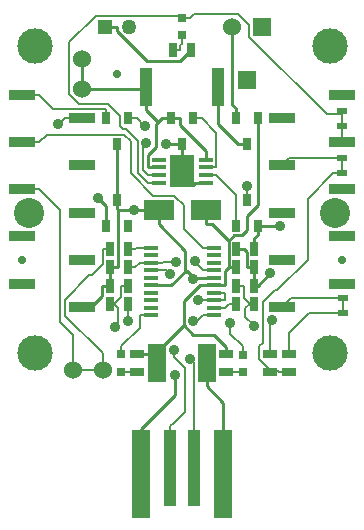
<source format=gtl>
%FSLAX34Y34*%
G04 Gerber Fmt 3.4, Leading zero omitted, Abs format*
G04 (created by PCBNEW (2013-12-14 BZR 4555)-product) date Fri 28 Feb 2014 10:41:18 EST*
%MOIN*%
G01*
G70*
G90*
G04 APERTURE LIST*
%ADD10C,0.005906*%
%ADD11R,0.060000X0.060000*%
%ADD12C,0.060000*%
%ADD13R,0.059055X0.125984*%
%ADD14R,0.025000X0.045000*%
%ADD15R,0.045000X0.025000*%
%ADD16C,0.100000*%
%ADD17R,0.098425X0.066929*%
%ADD18R,0.090157X0.035039*%
%ADD19R,0.031496X0.031496*%
%ADD20C,0.118110*%
%ADD21R,0.031500X0.039400*%
%ADD22R,0.035433X0.019685*%
%ADD23R,0.008000X0.059055*%
%ADD24C,0.029134*%
%ADD25R,0.055118X0.008000*%
%ADD26R,0.008000X0.055118*%
%ADD27R,0.050000X0.050000*%
%ADD28C,0.050000*%
%ADD29R,0.039370X0.125984*%
%ADD30R,0.050000X0.016000*%
%ADD31R,0.046000X0.016500*%
%ADD32R,0.082000X0.110000*%
%ADD33R,0.062992X0.291732*%
%ADD34R,0.039370X0.252362*%
%ADD35C,0.035000*%
%ADD36C,0.010000*%
%ADD37C,0.008000*%
G04 APERTURE END LIST*
G54D10*
G54D11*
X8633Y16866D03*
G54D12*
X7633Y16866D03*
G54D13*
X6795Y5645D03*
X5141Y5645D03*
G54D14*
X7770Y8838D03*
X8370Y8838D03*
X4166Y8838D03*
X3566Y8838D03*
X3566Y9448D03*
X4166Y9448D03*
X8370Y7618D03*
X7770Y7618D03*
X3566Y7618D03*
X4166Y7618D03*
G54D15*
X7444Y5945D03*
X7444Y5345D03*
X4472Y5945D03*
X4472Y5345D03*
G54D14*
X4166Y8228D03*
X3566Y8228D03*
X7770Y8228D03*
X8370Y8228D03*
X6268Y16078D03*
X5668Y16078D03*
G54D16*
X11066Y10663D03*
X870Y10663D03*
G54D17*
X5200Y10744D03*
X6775Y10744D03*
G54D18*
X637Y14600D03*
X2637Y13813D03*
X637Y13025D03*
X2637Y12238D03*
X637Y11451D03*
X2637Y10663D03*
X637Y9876D03*
X2637Y9088D03*
X637Y8301D03*
X2637Y7514D03*
X9300Y7514D03*
X11300Y8301D03*
X9300Y9088D03*
X11300Y9876D03*
X9300Y10663D03*
X11300Y11451D03*
X9300Y12238D03*
X11300Y13025D03*
X9300Y13813D03*
X11300Y14600D03*
G54D19*
X3940Y5350D03*
X3940Y5940D03*
X7996Y5338D03*
X7996Y5929D03*
X5968Y17161D03*
X5968Y16570D03*
G54D15*
X8897Y5345D03*
X8897Y5945D03*
X9537Y5345D03*
X9537Y5945D03*
G54D20*
X1047Y5996D03*
X1047Y16232D03*
X10889Y16232D03*
G54D14*
X8370Y9448D03*
X7770Y9448D03*
G54D21*
X3803Y11098D03*
X4178Y10232D03*
X3428Y10232D03*
X8122Y12948D03*
X7747Y13814D03*
X8497Y13814D03*
X8133Y11098D03*
X8508Y10232D03*
X7758Y10232D03*
X5968Y12948D03*
X5593Y13814D03*
X6343Y13814D03*
X3803Y12948D03*
X3428Y13814D03*
X4178Y13814D03*
G54D22*
X11314Y7826D03*
X11314Y7314D03*
G54D23*
X11314Y7570D03*
G54D22*
X11300Y12484D03*
X11300Y11972D03*
G54D23*
X11300Y12228D03*
G54D22*
X11300Y13551D03*
X11300Y14062D03*
G54D23*
X11300Y13807D03*
G54D24*
X3803Y15287D03*
X637Y9088D03*
X11300Y9088D03*
G54D11*
X8133Y15094D03*
G54D12*
X3318Y5409D03*
X2318Y5409D03*
G54D25*
X2818Y5409D03*
G54D12*
X2637Y14787D03*
X2637Y15787D03*
G54D26*
X2637Y15287D03*
G54D27*
X3409Y16866D03*
G54D28*
X4196Y16866D03*
G54D29*
X7169Y14858D03*
X4767Y14858D03*
G54D30*
X4918Y9495D03*
X4918Y9245D03*
X4918Y8995D03*
X4918Y8745D03*
X4918Y8495D03*
X4918Y8245D03*
X4918Y7995D03*
X4918Y7745D03*
X4918Y7495D03*
X4918Y7245D03*
X7018Y7245D03*
X7018Y7495D03*
X7018Y7745D03*
X7018Y7995D03*
X7018Y8245D03*
X7018Y8495D03*
X7018Y8745D03*
X7018Y8995D03*
X7018Y9245D03*
X7018Y9495D03*
G54D20*
X10889Y5996D03*
G54D31*
X5181Y12429D03*
X5181Y12173D03*
X5181Y11913D03*
X5181Y11657D03*
X6755Y11657D03*
X6755Y11913D03*
X6755Y12173D03*
X6755Y12429D03*
G54D32*
X5968Y12043D03*
G54D33*
X4590Y1966D03*
X7346Y1966D03*
G54D34*
X5575Y2163D03*
X6362Y2163D03*
G54D35*
X3176Y11147D03*
X9215Y10229D03*
X8901Y8637D03*
X5736Y5255D03*
X4376Y10744D03*
X6328Y8448D03*
X5435Y12952D03*
X6384Y9063D03*
X7576Y6990D03*
X5552Y8623D03*
X1825Y13628D03*
X3724Y6866D03*
X5693Y6102D03*
X8350Y6885D03*
X6239Y5786D03*
X4780Y12988D03*
X8133Y11560D03*
X8959Y7081D03*
X4731Y13563D03*
X6337Y7062D03*
X4166Y7053D03*
X6500Y7745D03*
X5774Y9036D03*
G54D36*
X2637Y15787D02*
X2637Y14787D01*
X8122Y12948D02*
X7834Y12948D01*
X7169Y14858D02*
X7169Y14098D01*
X7169Y13614D02*
X7169Y14098D01*
X7834Y12948D02*
X7169Y13614D01*
X8508Y10232D02*
X8508Y10043D01*
X5181Y12173D02*
X4821Y12173D01*
X4611Y14787D02*
X4767Y14631D01*
X2637Y14787D02*
X4611Y14787D01*
X4767Y14858D02*
X4767Y14631D01*
X4767Y14631D02*
X4767Y14098D01*
X8370Y9448D02*
X8370Y9803D01*
X8508Y9941D02*
X8370Y9803D01*
X8508Y10043D02*
X8508Y9941D01*
X3428Y10232D02*
X3428Y10559D01*
X5449Y13814D02*
X5305Y13814D01*
X5305Y13814D02*
X5178Y13687D01*
X4767Y14098D02*
X5178Y13687D01*
X5449Y13814D02*
X5593Y13814D01*
X5593Y13814D02*
X5881Y13814D01*
X6755Y12704D02*
X6755Y12429D01*
X5881Y13578D02*
X6755Y12704D01*
X5881Y13814D02*
X5881Y13578D01*
X8508Y10232D02*
X8796Y10232D01*
X3428Y10896D02*
X3176Y11147D01*
X3428Y10559D02*
X3428Y10896D01*
X4821Y12591D02*
X4821Y12173D01*
X5085Y12855D02*
X4821Y12591D01*
X5085Y13594D02*
X5085Y12855D01*
X5178Y13687D02*
X5085Y13594D01*
X8798Y10229D02*
X9215Y10229D01*
X8796Y10232D02*
X8798Y10229D01*
X7633Y14255D02*
X7633Y16866D01*
X7747Y14142D02*
X7633Y14255D01*
X7747Y13814D02*
X7747Y14142D01*
X7346Y1966D02*
X7346Y3555D01*
X7346Y4334D02*
X6795Y4885D01*
X7346Y3555D02*
X7346Y4334D01*
X6795Y5645D02*
X6795Y4885D01*
G54D37*
X1677Y14132D02*
X1208Y14600D01*
X3428Y14132D02*
X1677Y14132D01*
X3428Y13814D02*
X3428Y14132D01*
X637Y14600D02*
X1208Y14600D01*
G54D36*
X8370Y8228D02*
X8492Y8228D01*
X8492Y8228D02*
X8901Y8637D01*
X4590Y1966D02*
X4590Y3437D01*
X5736Y4582D02*
X5736Y5255D01*
X4590Y3437D02*
X5736Y4582D01*
X5968Y12948D02*
X5968Y12043D01*
X3803Y12621D02*
X3803Y11425D01*
X3803Y12948D02*
X3803Y12621D01*
X3803Y11261D02*
X3803Y11425D01*
X3803Y11261D02*
X3803Y11098D01*
X3803Y11098D02*
X3803Y10771D01*
X5200Y10744D02*
X4578Y10744D01*
X4376Y10744D02*
X4578Y10744D01*
X8370Y8228D02*
X8370Y8583D01*
X5913Y15723D02*
X6268Y16078D01*
X4789Y15723D02*
X5913Y15723D01*
X3789Y16723D02*
X4789Y15723D01*
X3789Y16866D02*
X3789Y16723D01*
X3409Y16866D02*
X3789Y16866D01*
X5968Y12043D02*
X5968Y11576D01*
X6755Y11657D02*
X6395Y11657D01*
X3566Y8838D02*
X3821Y8838D01*
X3830Y8847D02*
X3821Y8838D01*
X3830Y10744D02*
X3830Y8847D01*
X4376Y10744D02*
X3830Y10744D01*
X3830Y10744D02*
X3803Y10771D01*
X2637Y7514D02*
X2928Y7514D01*
X3566Y8838D02*
X3566Y8228D01*
X3311Y7896D02*
X2928Y7514D01*
X3311Y8228D02*
X3311Y7896D01*
X3566Y8228D02*
X3311Y8228D01*
X8370Y8583D02*
X8370Y8838D01*
X8115Y9359D02*
X8025Y9448D01*
X8115Y8838D02*
X8115Y9359D01*
X8370Y8838D02*
X8115Y8838D01*
X7770Y9448D02*
X8025Y9448D01*
X6315Y11576D02*
X6395Y11657D01*
X5968Y11576D02*
X6315Y11576D01*
X5200Y10511D02*
X5200Y10689D01*
X5200Y10511D02*
X5200Y10279D01*
X7018Y8495D02*
X6638Y8495D01*
X6371Y8495D02*
X6638Y8495D01*
X6371Y8491D02*
X6371Y8495D01*
X6328Y8448D02*
X6371Y8491D01*
X5200Y10716D02*
X5200Y10744D01*
X5200Y10716D02*
X5200Y10689D01*
X5968Y12948D02*
X5680Y12948D01*
X6131Y8735D02*
X6096Y8735D01*
X6371Y8495D02*
X6131Y8735D01*
X5606Y8245D02*
X6096Y8735D01*
X4918Y8245D02*
X5606Y8245D01*
X6079Y9400D02*
X5200Y10279D01*
X6079Y8752D02*
X6079Y9400D01*
X6096Y8735D02*
X6079Y8752D01*
X5438Y12948D02*
X5435Y12952D01*
X5680Y12948D02*
X5438Y12948D01*
G54D37*
X3318Y5409D02*
X3318Y5984D01*
X3318Y5984D02*
X2066Y7236D01*
X2066Y7236D02*
X2059Y7236D01*
X2059Y7236D02*
X2066Y7236D01*
X3321Y8937D02*
X3321Y9448D01*
X2961Y8577D02*
X3321Y8937D01*
X2878Y8577D02*
X2961Y8577D01*
X2066Y7766D02*
X2878Y8577D01*
X2066Y7236D02*
X2066Y7766D01*
X3566Y9448D02*
X3321Y9448D01*
X4457Y9495D02*
X4411Y9448D01*
X4918Y9495D02*
X4457Y9495D01*
X4166Y9448D02*
X4411Y9448D01*
X7797Y5338D02*
X7790Y5345D01*
X7996Y5338D02*
X7797Y5338D01*
X7444Y5345D02*
X7790Y5345D01*
X7996Y5929D02*
X7996Y6206D01*
X7018Y8745D02*
X6648Y8745D01*
X6384Y9009D02*
X6384Y9063D01*
X6648Y8745D02*
X6384Y9009D01*
X7576Y6626D02*
X7576Y6990D01*
X7996Y6206D02*
X7576Y6626D01*
X4122Y5350D02*
X4127Y5345D01*
X3940Y5350D02*
X4122Y5350D01*
X4472Y5345D02*
X4127Y5345D01*
X4548Y6825D02*
X3940Y6218D01*
X4548Y7245D02*
X4548Y6825D01*
X4918Y7245D02*
X4548Y7245D01*
X3940Y5940D02*
X3940Y6218D01*
X5913Y16238D02*
X5913Y16078D01*
X5968Y16293D02*
X5913Y16238D01*
X5968Y16570D02*
X5968Y16293D01*
X5668Y16078D02*
X5913Y16078D01*
X2637Y13813D02*
X2066Y13813D01*
X5431Y8745D02*
X5552Y8623D01*
X4918Y8745D02*
X5431Y8745D01*
X1825Y13628D02*
X1825Y13628D01*
X1881Y13628D02*
X1825Y13628D01*
X2066Y13813D02*
X1881Y13628D01*
X1448Y13266D02*
X1208Y13025D01*
X4039Y13266D02*
X1448Y13266D01*
X4262Y13043D02*
X4039Y13266D01*
X4262Y11977D02*
X4262Y13043D01*
X5005Y11234D02*
X4262Y11977D01*
X5706Y11234D02*
X5005Y11234D01*
X6021Y10920D02*
X5706Y11234D01*
X6021Y10121D02*
X6021Y10920D01*
X6648Y9495D02*
X6021Y10121D01*
X7018Y9495D02*
X6648Y9495D01*
X637Y13025D02*
X1208Y13025D01*
X2318Y5409D02*
X2318Y6594D01*
X2318Y6594D02*
X1899Y7013D01*
X1899Y10760D02*
X1208Y11451D01*
X1899Y7013D02*
X1899Y10760D01*
X637Y11451D02*
X1208Y11451D01*
X9612Y7826D02*
X9300Y7514D01*
X11314Y7826D02*
X9612Y7826D01*
X9545Y12484D02*
X9300Y12238D01*
X11300Y12484D02*
X9545Y12484D01*
X11300Y13326D02*
X11300Y13025D01*
X3842Y7476D02*
X3701Y7618D01*
X3842Y6984D02*
X3842Y7476D01*
X3724Y6866D02*
X3842Y6984D01*
X5693Y6102D02*
X5693Y5850D01*
X6047Y4017D02*
X5693Y3663D01*
X6047Y5496D02*
X6047Y4017D01*
X5693Y5850D02*
X6047Y5496D01*
X3566Y7618D02*
X3701Y7618D01*
X3921Y7837D02*
X3701Y7618D01*
X3921Y8228D02*
X3921Y7837D01*
X4166Y8228D02*
X3921Y8228D01*
X5575Y2163D02*
X5575Y3545D01*
X5575Y3545D02*
X5693Y3663D01*
X8074Y7471D02*
X8221Y7618D01*
X8074Y7181D02*
X8074Y7471D01*
X8350Y6905D02*
X8074Y7181D01*
X8350Y6885D02*
X8350Y6905D01*
X8370Y7618D02*
X8266Y7618D01*
X8221Y7618D02*
X8266Y7618D01*
X7770Y8228D02*
X8015Y8228D01*
X8015Y8228D02*
X8015Y7823D01*
X8015Y7823D02*
X8221Y7618D01*
X6362Y2163D02*
X6362Y3545D01*
X6362Y5663D02*
X6239Y5786D01*
X6362Y3545D02*
X6362Y5663D01*
X4650Y12859D02*
X4780Y12988D01*
X4650Y12084D02*
X4650Y12859D01*
X4821Y11913D02*
X4650Y12084D01*
X5181Y11913D02*
X4821Y11913D01*
X7758Y10232D02*
X7758Y10549D01*
X6755Y11913D02*
X7105Y11913D01*
X7758Y11260D02*
X7758Y10549D01*
X7105Y11913D02*
X7758Y11260D01*
X8133Y11560D02*
X8133Y11098D01*
X8897Y7020D02*
X8959Y7081D01*
X8897Y5945D02*
X8897Y7020D01*
X4178Y13814D02*
X4455Y13814D01*
X4707Y13563D02*
X4731Y13563D01*
X4455Y13814D02*
X4707Y13563D01*
X7105Y13330D02*
X7105Y12173D01*
X6621Y13814D02*
X7105Y13330D01*
X6343Y13814D02*
X6621Y13814D01*
X6755Y12173D02*
X7105Y12173D01*
X7402Y7495D02*
X7525Y7618D01*
X7018Y7495D02*
X7402Y7495D01*
X7770Y7618D02*
X7525Y7618D01*
X4166Y7618D02*
X4166Y7272D01*
X7018Y7245D02*
X6648Y7245D01*
X4166Y7272D02*
X4166Y7053D01*
X6466Y7062D02*
X6337Y7062D01*
X6648Y7245D02*
X6466Y7062D01*
G54D36*
X7444Y5945D02*
X7444Y6200D01*
X6828Y8245D02*
X6638Y8245D01*
X5141Y5645D02*
X5141Y6025D01*
X4907Y6025D02*
X4827Y5945D01*
X5141Y6025D02*
X4907Y6025D01*
X4472Y5945D02*
X4827Y5945D01*
X7770Y8838D02*
X7515Y8838D01*
X6828Y8245D02*
X7018Y8245D01*
X7398Y8721D02*
X7515Y8838D01*
X7398Y8245D02*
X7398Y8721D01*
X7018Y8245D02*
X7398Y8245D01*
X6775Y10744D02*
X6775Y10279D01*
X6970Y10279D02*
X6775Y10279D01*
X7515Y9734D02*
X6970Y10279D01*
X7686Y9905D02*
X7515Y9734D01*
X7971Y9905D02*
X7686Y9905D01*
X8137Y10071D02*
X7971Y9905D01*
X8137Y10551D02*
X8137Y10071D01*
X8497Y10910D02*
X8137Y10551D01*
X8497Y13814D02*
X8497Y10910D01*
X7515Y9734D02*
X7515Y8838D01*
X6030Y7711D02*
X6030Y6914D01*
X6564Y8245D02*
X6030Y7711D01*
X6638Y8245D02*
X6564Y8245D01*
X6344Y6600D02*
X6030Y6914D01*
X7044Y6600D02*
X6344Y6600D01*
X7444Y6200D02*
X7044Y6600D01*
X6030Y6914D02*
X5141Y6025D01*
G54D37*
X7018Y7745D02*
X6500Y7745D01*
X4166Y8838D02*
X4411Y8838D01*
X4548Y8975D02*
X4411Y8838D01*
X4548Y8995D02*
X4548Y8975D01*
X4918Y8995D02*
X4548Y8995D01*
X7388Y7995D02*
X7388Y7745D01*
X7018Y7995D02*
X7388Y7995D01*
X7018Y7745D02*
X7388Y7745D01*
X4918Y8995D02*
X5288Y8995D01*
X5330Y9036D02*
X5774Y9036D01*
X5288Y8995D02*
X5330Y9036D01*
X9537Y5945D02*
X9537Y6655D01*
X10196Y7314D02*
X11314Y7314D01*
X9537Y6655D02*
X10196Y7314D01*
X11314Y7570D02*
X11314Y7314D01*
X11300Y14045D02*
X11300Y14062D01*
X11300Y13807D02*
X11300Y13844D01*
X11300Y14045D02*
X11300Y13945D01*
X11300Y13945D02*
X11300Y13844D01*
X11300Y13551D02*
X11300Y13326D01*
X11300Y13945D02*
X10991Y13945D01*
X10781Y13945D02*
X10991Y13945D01*
X8190Y16536D02*
X10781Y13945D01*
X8190Y16929D02*
X8190Y16536D01*
X7830Y17289D02*
X8190Y16929D01*
X6374Y17289D02*
X7830Y17289D01*
X6246Y17161D02*
X6374Y17289D01*
X5968Y17161D02*
X5993Y17161D01*
X5993Y17161D02*
X6246Y17161D01*
X5181Y11657D02*
X4831Y11657D01*
X4484Y12003D02*
X4831Y11657D01*
X4484Y13058D02*
X4484Y12003D01*
X4087Y13456D02*
X4484Y13058D01*
X4002Y13456D02*
X4087Y13456D01*
X3888Y13569D02*
X4002Y13456D01*
X3888Y13900D02*
X3888Y13569D01*
X3497Y14292D02*
X3888Y13900D01*
X2529Y14292D02*
X3497Y14292D01*
X2205Y14616D02*
X2529Y14292D01*
X2205Y16343D02*
X2205Y14616D01*
X3097Y17236D02*
X2205Y16343D01*
X5918Y17236D02*
X3097Y17236D01*
X5993Y17161D02*
X5918Y17236D01*
X8897Y5345D02*
X8897Y5468D01*
X9069Y5468D02*
X9191Y5345D01*
X8897Y5468D02*
X9069Y5468D01*
X9537Y5345D02*
X9191Y5345D01*
X11300Y12228D02*
X11300Y11972D01*
X11300Y11972D02*
X11002Y11972D01*
X10158Y11128D02*
X11002Y11972D01*
X10158Y9095D02*
X10158Y11128D01*
X9133Y8070D02*
X10158Y9095D01*
X9055Y8070D02*
X9133Y8070D01*
X8655Y7670D02*
X9055Y8070D01*
X8655Y6321D02*
X8655Y7670D01*
X8545Y6211D02*
X8655Y6321D01*
X8545Y5775D02*
X8545Y6211D01*
X8852Y5468D02*
X8545Y5775D01*
X8897Y5468D02*
X8852Y5468D01*
M02*

</source>
